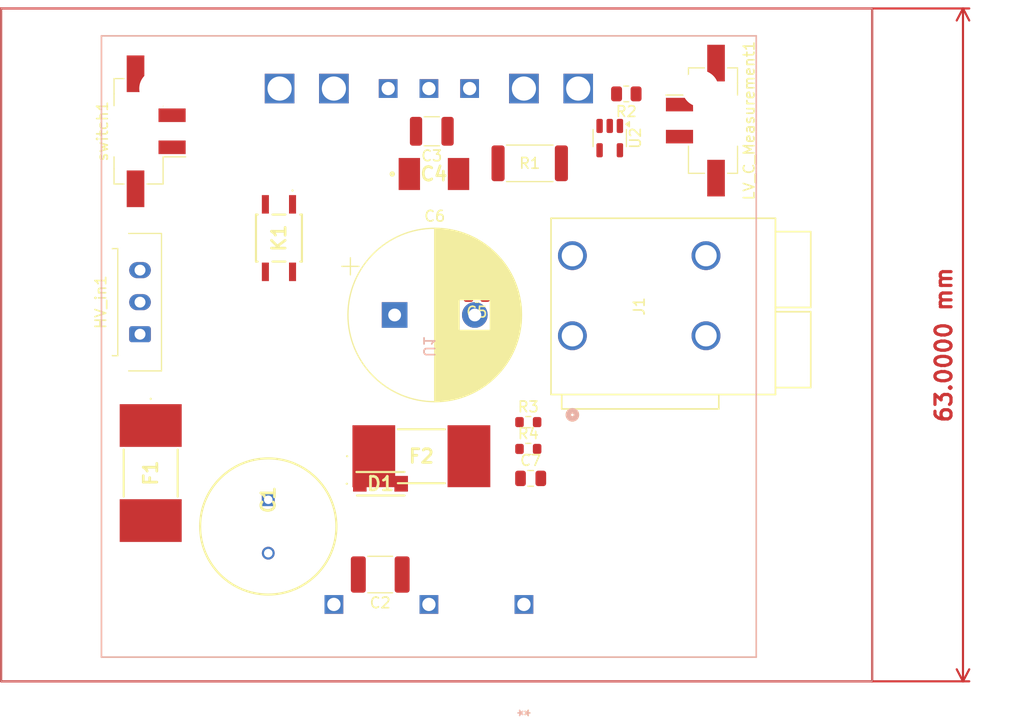
<source format=kicad_pcb>
(kicad_pcb (version 20240108) (generator "pcbnew") (generator_version "8.0")
  (layers (0 "F.Cu" signal) (31 "B.Cu" signal) (34 "B.Paste" user) (35 "F.Paste" user) (36 "B.SilkS" user "B.Silkscreen") (37 "F.SilkS" user "F.Silkscreen") (38 "B.Mask" user) (39 "F.Mask" user) (44 "Edge.Cuts" user))
  (net 0 "")
  (net 1 "/HV-")
  (net 2 "Net-(U1-+S)")
  (net 3 "Net-(C1--)")
  (net 4 "GND")
  (net 8 "Net-(K1-S1)")
  (net 9 "/HV+")
  (net 11 "Net-(K1-A)")
  (net 12 "Net-(LV_C_Measurement1-Pin_2)")
  (net 13 "Net-(J1-1_1)")
  (net 14 "Net-(C1-+)")
  (net 15 "3v")
  (net 16 "Net-(U3A-D)")
  (net 17 "Net-(Q1-S)")
  (footprint "Connector_Molex:Molex_Micro-Fit_3.0_43650-0224_1x02-1MP_P3.00mm_Vertical" (layer "F.Cu") (at 133.865 71.5 90)
    (property "Reference" "switch1" (at 0 -3.38 90) (layer "F.SilkS"))
    (property "Value" "MNN-Lok 01x02_Pin")
    (fp_line (start 4.935 -2.295) (end 3.515 -2.295) (stroke (width 0.12)) (layer "F.SilkS"))
    (fp_line (start 3.515 -2.295) (end 3.515 -2.295) (stroke (width 0.12)) (layer "F.SilkS"))
    (fp_line (start 3.515 -2.295) (end 2.395 -2.295) (stroke (width 0.12)) (layer "F.SilkS"))
    (fp_line (start -3.515 -2.295) (end -2.395 -2.295) (stroke (width 0.12)) (layer "F.SilkS"))
    (fp_line (start -3.515 -2.295) (end -3.515 -2.295) (stroke (width 0.12)) (layer "F.SilkS"))
    (fp_line (start -4.935 -2.295) (end -3.515 -2.295) (stroke (width 0.12)) (layer "F.SilkS"))
    (fp_line (start 4.935 -1.37) (end 4.935 -2.295) (stroke (width 0.12)) (layer "F.SilkS"))
    (fp_line (start -4.935 -1.37) (end -4.935 -2.295) (stroke (width 0.12)) (layer "F.SilkS"))
    (fp_line (start 4.935 0.8) (end 4.935 2.295) (stroke (width 0.12)) (layer "F.SilkS"))
    (fp_line (start -4.935 0.8) (end -4.935 2.295) (stroke (width 0.12)) (layer "F.SilkS"))
    (fp_line (start 4.935 2.295) (end 2.395 2.295) (stroke (width 0.12)) (layer "F.SilkS"))
    (fp_line (start -2.395 2.295) (end -2.395 4.405) (stroke (width 0.12)) (layer "F.SilkS"))
    (fp_line (start -4.935 2.295) (end -2.395 2.295) (stroke (width 0.12)) (layer "F.SilkS"))
    (pad "1" smd rect (at -1.5 3.135 90) (size 1.27 2.54) (layers "F.Cu" "F.Paste" "F.Mask") (net 16 "Net-(U3A-D)"))
    (pad "2" smd rect (at 1.5 3.135 90) (size 1.27 2.54) (layers "F.Cu" "F.Paste" "F.Mask") (net 17 "Net-(Q1-S)"))
    (pad "MP" smd rect (at -5.385 -0.285 90) (size 3.43 1.65) (layers "F.Cu" "F.Paste" "F.Mask"))
    (pad "MP" smd rect (at 5.385 -0.285 90) (size 3.43 1.65) (layers "F.Cu" "F.Paste" "F.Mask"))
  )
  (footprint "Connector_Molex:Molex_Micro-Fit_3.0_43650-0224_1x02-1MP_P3.00mm_Vertical" (layer "F.Cu") (at 187.61 70.5 -90)
    (property "Reference" "LV_C_Measurement1" (at 0 -3.38 90) (layer "F.SilkS"))
    (property "Value" "Micro Mate N-Lok 01x02_Pin")
    (fp_line (start -4.935 2.295) (end -2.395 2.295) (stroke (width 0.12)) (layer "F.SilkS"))
    (fp_line (start -2.395 2.295) (end -2.395 4.405) (stroke (width 0.12)) (layer "F.SilkS"))
    (fp_line (start 4.935 2.295) (end 2.395 2.295) (stroke (width 0.12)) (layer "F.SilkS"))
    (fp_line (start -4.935 0.8) (end -4.935 2.295) (stroke (width 0.12)) (layer "F.SilkS"))
    (fp_line (start 4.935 0.8) (end 4.935 2.295) (stroke (width 0.12)) (layer "F.SilkS"))
    (fp_line (start -4.935 -1.37) (end -4.935 -2.295) (stroke (width 0.12)) (layer "F.SilkS"))
    (fp_line (start 4.935 -1.37) (end 4.935 -2.295) (stroke (width 0.12)) (layer "F.SilkS"))
    (fp_line (start -4.935 -2.295) (end -3.515 -2.295) (stroke (width 0.12)) (layer "F.SilkS"))
    (fp_line (start -3.515 -2.295) (end -3.515 -2.295) (stroke (width 0.12)) (layer "F.SilkS"))
    (fp_line (start -3.515 -2.295) (end -2.395 -2.295) (stroke (width 0.12)) (layer "F.SilkS"))
    (fp_line (start 3.515 -2.295) (end 2.395 -2.295) (stroke (width 0.12)) (layer "F.SilkS"))
    (fp_line (start 3.515 -2.295) (end 3.515 -2.295) (stroke (width 0.12)) (layer "F.SilkS"))
    (fp_line (start 4.935 -2.295) (end 3.515 -2.295) (stroke (width 0.12)) (layer "F.SilkS"))
    (pad "1" smd rect (at -1.5 3.135 270) (size 1.27 2.54) (layers "F.Cu" "F.Paste" "F.Mask") (net 4 "GND"))
    (pad "2" smd rect (at 1.5 3.135 270) (size 1.27 2.54) (layers "F.Cu" "F.Paste" "F.Mask") (net 12 "Net-(LV_C_Measurement1-Pin_2)"))
    (pad "MP" smd rect (at -5.385 -0.285 270) (size 3.43 1.65) (layers "F.Cu" "F.Paste" "F.Mask"))
    (pad "MP" smd rect (at 5.385 -0.285 270) (size 3.43 1.65) (layers "F.Cu" "F.Paste" "F.Mask"))
  )
  (footprint "Resistor_SMD:R_0603_1608Metric" (layer "F.Cu") (at 170.33 98.73)
    (property "Reference" "R3" (at 0 -1.43 0) (layer "F.SilkS"))
    (property "Value" "1k")
    (fp_line (start -0.237258 -0.5225) (end 0.237258 -0.5225) (stroke (width 0.12)) (layer "F.SilkS"))
    (fp_line (start -0.237258 0.5225) (end 0.237258 0.5225) (stroke (width 0.12)) (layer "F.SilkS"))
    (pad "1" smd roundrect (at -0.825 0) (size 0.8 0.95) (layers "F.Cu" "F.Paste" "F.Mask") (net 4 "GND"))
    (pad "2" smd roundrect (at 0.825 0) (size 0.8 0.95) (layers "F.Cu" "F.Paste" "F.Mask") (net 15 "3v"))
  )
  (footprint "Capacitor_SMD:C_1210_3225Metric" (layer "F.Cu") (at 161.3 71.5 180)
    (property "Reference" "C3" (at 0 -2.3 180) (layer "F.SilkS"))
    (property "Value" "390p 2kV")
    (fp_line (start -0.711252 1.36) (end 0.711252 1.36) (stroke (width 0.12)) (layer "F.SilkS"))
    (fp_line (start -0.711252 -1.36) (end 0.711252 -1.36) (stroke (width 0.12)) (layer "F.SilkS"))
    (pad "1" smd roundrect (at -1.475 0 180) (size 1.15 2.7) (layers "F.Cu" "F.Paste" "F.Mask") (roundrect_rratio 0.217391) (net 4 "GND"))
    (pad "2" smd roundrect (at 1.475 0 180) (size 1.15 2.7) (layers "F.Cu" "F.Paste" "F.Mask") (roundrect_rratio 0.217391) (net 14 "Net-(C1-+)"))
  )
  (footprint "Resistor_SMD:R_2512_6332Metric" (layer "F.Cu") (at 170.4625 74.5)
    (property "Reference" "R1" (at 0 0 0) (layer "F.SilkS"))
    (property "Value" "2m")
    (fp_line (start -2.177064 -1.71) (end 2.177064 -1.71) (stroke (width 0.12)) (layer "F.SilkS"))
    (fp_line (start -2.177064 1.71) (end 2.177064 1.71) (stroke (width 0.12)) (layer "F.SilkS"))
    (pad "1" smd roundrect (at -2.9625 0) (size 1.225 3.35) (layers "F.Cu" "F.Paste" "F.Mask") (roundrect_rratio 0.204082) (net 2 "Net-(U1-+S)"))
    (pad "2" smd roundrect (at 2.9625 0) (size 1.225 3.35) (layers "F.Cu" "F.Paste" "F.Mask") (roundrect_rratio 0.204082) (net 13 "Net-(J1-1_1)"))
  )
  (footprint "footprints:CONN2_2606-1102_WAG" (layer "F.Cu") (at 174.4549 90.6451 90)
    (property "Reference" "J1" (at 2.75 6.25 90) (layer "F.SilkS"))
    (property "Value" "2606-1102")
    (fp_circle (center -7.405001 0) (end -7.024001 0) (stroke (width 0.508)) (fill none) (layer "B.SilkS"))
    (fp_line (start 11.000001 -2.000001) (end 11.000001 19) (stroke (width 0.1524)) (layer "F.SilkS"))
    (fp_line (start -5.500001 -2.000001) (end 11.000001 -2.000001) (stroke (width 0.1524)) (layer "F.SilkS"))
    (fp_line (start -5.500002 -1) (end -6.850002 -1) (stroke (width 0.1524)) (layer "F.SilkS"))
    (fp_line (start -5.500002 13.700001) (end -6.850002 13.700001) (stroke (width 0.1524)) (layer "F.SilkS"))
    (fp_line (start -6.850002 13.700001) (end -6.850002 -1) (stroke (width 0.1524)) (layer "F.SilkS"))
    (fp_line (start 9.750001 19) (end 9.750001 22.300001) (stroke (width 0.1524)) (layer "F.SilkS"))
    (fp_line (start 2.65 19) (end 2.65 22.300001) (stroke (width 0.1524)) (layer "F.SilkS"))
    (fp_line (start 2.250001 19) (end 2.250001 22.300001) (stroke (width 0.1524)) (layer "F.SilkS"))
    (fp_line (start -4.85 19) (end -4.85 22.300001) (stroke (width 0.1524)) (layer "F.SilkS"))
    (fp_line (start -5.500001 19) (end -5.500001 -2.000001) (stroke (width 0.1524)) (layer "F.SilkS"))
    (fp_line (start -5.500001 19) (end 11.000001 19) (stroke (width 0.1524)) (layer "F.SilkS"))
    (fp_line (start 2.65 22.300001) (end 9.749998 22.300001) (stroke (width 0.1524)) (layer "F.SilkS"))
    (fp_line (start -4.85 22.300001) (end 2.249998 22.300001) (stroke (width 0.1524)) (layer "F.SilkS"))
    (fp_circle (center -7.405001 0) (end -7.024001 0) (stroke (width 0.508)) (fill none) (layer "F.SilkS"))
    (pad "1" thru_hole circle (at 0 0 90) (size 2.7 2.7) (drill 2) (layers "*.Cu" "*.Mask") (net 13 "Net-(J1-1_1)"))
    (pad "2" thru_hole circle (at 0 12.5 90) (size 2.7 2.7) (drill 2) (layers "*.Cu" "*.Mask") (net 13 "Net-(J1-1_1)"))
    (pad "3" thru_hole circle (at 7.5 0 90) (size 2.7 2.7) (drill 2) (layers "*.Cu" "*.Mask") (net 4 "GND"))
    (pad "4" thru_hole circle (at 7.5 12.5 90) (size 2.7 2.7) (drill 2) (layers "*.Cu" "*.Mask") (net 4 "GND"))
  )
  (footprint "footprints:0ACG5000TE" (layer "F.Cu") (at 160.325 101.925)
    (property "Reference" "F2" (at 0 0 0) (layer "F.SilkS") (effects (font (size 1.27 1.27) (thickness 0.254))))
    (property "Value" "450VDC 5 A" (hide yes))
    (fp_line (start -7 0) (end -7 0) (stroke (width 0.1)) (layer "F.SilkS"))
    (fp_line (start -6.9 0) (end -6.9 0) (stroke (width 0.1)) (layer "F.SilkS"))
    (fp_line (start -2.2 -2.525) (end 2.2 -2.525) (stroke (width 0.2)) (layer "F.SilkS"))
    (fp_line (start -2.2 2.525) (end 2.2 2.525) (stroke (width 0.2)) (layer "F.SilkS"))
    (fp_arc (start -7 0) (mid -6.95 -0.05) (end -6.9 0) (stroke (width 0.1)) (layer "F.SilkS"))
    (fp_arc (start -6.9 0) (mid -6.95 0.05) (end -7 0) (stroke (width 0.1)) (layer "F.SilkS"))
    (pad "1" smd rect (at -4.45 0) (size 4 5.8) (layers "F.Cu" "F.Paste" "F.Mask") (net 1 "/HV-"))
    (pad "2" smd rect (at 4.45 0) (size 4 5.8) (layers "F.Cu" "F.Paste" "F.Mask") (net 14 "Net-(C1-+)"))
  )
  (footprint "footprints:CAPPRD500W60D1275H2200" (layer "F.Cu") (at 146 106 -90)
    (property "Reference" "C1" (at 0 0 -90) (layer "F.SilkS") (effects (font (size 1.27 1.27) (thickness 0.254))))
    (property "Value" "22µ 420VDC" (hide yes))
    (fp_circle (center 2.5 0) (end 2.5 6.375) (stroke (width 0.2)) (fill none) (layer "F.SilkS"))
    (pad "1" thru_hole rect (at 0 0 270) (size 1.2 1.2) (drill 0.8) (layers "*.Cu" "*.Mask") (net 14 "Net-(C1-+)"))
    (pad "2" thru_hole circle (at 5 0 270) (size 1.2 1.2) (drill 0.8) (layers "*.Cu" "*.Mask") (net 3 "Net-(C1--)"))
  )
  (footprint "footprints:CD214AR12000R" (layer "F.Cu") (at 156.5 104.5)
    (property "Reference" "D1" (at 0 0 0) (layer "F.SilkS") (effects (font (size 1.27 1.27) (thickness 0.254))))
    (property "Value" "2kV" (hide yes))
    (fp_line (start -3.2 0) (end -3.2 0) (stroke (width 0.1)) (layer "F.SilkS"))
    (fp_line (start -3.1 0) (end -3.1 0) (stroke (width 0.1)) (layer "F.SilkS"))
    (fp_line (start -2.25 -1.1) (end 2.25 -1.1) (stroke (width 0.2)) (layer "F.SilkS"))
    (fp_line (start 2.25 1.1) (end -2.2 1.1) (stroke (width 0.2)) (layer "F.SilkS"))
    (fp_arc (start -3.2 0) (mid -3.15 -0.05) (end -3.1 0) (stroke (width 0.1)) (layer "F.SilkS"))
    (fp_arc (start -3.1 0) (mid -3.15 0.05) (end -3.2 0) (stroke (width 0.1)) (layer "F.SilkS"))
    (pad "1" smd rect (at -1.935 0) (size 1.27 1.47) (layers "F.Cu" "F.Paste" "F.Mask") (net 3 "Net-(C1--)"))
    (pad "2" smd rect (at 1.935 0) (size 1.27 1.47) (layers "F.Cu" "F.Paste" "F.Mask") (net 14 "Net-(C1-+)"))
  )
  (footprint "Capacitor_SMD:C_0805_2012Metric" (layer "F.Cu") (at 170.55 104)
    (property "Reference" "C7" (at 0 -1.68 0) (layer "F.SilkS"))
    (property "Value" "6200 pF")
    (fp_line (start -0.261252 -0.735) (end 0.261252 -0.735) (stroke (width 0.12)) (layer "F.SilkS"))
    (fp_line (start -0.261252 0.735) (end 0.261252 0.735) (stroke (width 0.12)) (layer "F.SilkS"))
    (pad "1" smd roundrect (at -0.95 0) (size 1 1.45) (layers "F.Cu" "F.Paste" "F.Mask") (net 12 "Net-(LV_C_Measurement1-Pin_2)"))
    (pad "2" smd roundrect (at 0.95 0) (size 1 1.45) (layers "F.Cu" "F.Paste" "F.Mask") (net 4 "GND"))
  )
  (footprint "Capacitor_SMD:C_1812_4532Metric" (layer "F.Cu") (at 156.475 113 180)
    (property "Reference" "C2" (at 0 -2.65 180) (layer "F.SilkS"))
    (property "Value" "390p 2kV")
    (fp_line (start -1.161252 1.71) (end 1.161252 1.71) (stroke (width 0.12)) (layer "F.SilkS"))
    (fp_line (start -1.161252 -1.71) (end 1.161252 -1.71) (stroke (width 0.12)) (layer "F.SilkS"))
    (pad "1" smd roundrect (at -2.05 0 180) (size 1.4 3.4) (layers "F.Cu" "F.Paste" "F.Mask") (roundrect_rratio 0.178571) (net 4 "GND"))
    (pad "2" smd roundrect (at 2.05 0 180) (size 1.4 3.4) (layers "F.Cu" "F.Paste" "F.Mask") (roundrect_rratio 0.178571) (net 3 "Net-(C1--)"))
  )
  (footprint "Capacitor_SMD:C_0603_1608Metric" (layer "F.Cu") (at 165.512755 87 180)
    (property "Reference" "C5" (at 0 -1.43 180) (layer "F.SilkS"))
    (property "Value" "2.2µ")
    (fp_line (start -0.14058 0.51) (end 0.14058 0.51) (stroke (width 0.12)) (layer "F.SilkS"))
    (fp_line (start -0.14058 -0.51) (end 0.14058 -0.51) (stroke (width 0.12)) (layer "F.SilkS"))
    (pad "1" smd roundrect (at -0.775 0 180) (size 0.9 0.95) (layers "F.Cu" "F.Paste" "F.Mask") (net 2 "Net-(U1-+S)"))
    (pad "2" smd roundrect (at 0.775 0 180) (size 0.9 0.95) (layers "F.Cu" "F.Paste" "F.Mask") (net 4 "GND"))
  )
  (footprint "Capacitor_THT:CP_Radial_D16.0mm_P7.50mm" (layer "F.Cu") (at 157.824491 88.7)
    (property "Reference" "C6" (at 3.75 -9.25 0) (layer "F.SilkS"))
    (property "Value" "820µ")
    (fp_line (start -4.939491 -4.555) (end -3.339491 -4.555) (stroke (width 0.12)) (layer "F.SilkS"))
    (fp_line (start -4.139491 -5.355) (end -4.139491 -3.755) (stroke (width 0.12)) (layer "F.SilkS"))
    (fp_line (start 3.75 -8.081) (end 3.75 8.081) (stroke (width 0.12)) (layer "F.SilkS"))
    (fp_line (start 3.79 -8.08) (end 3.79 8.08) (stroke (width 0.12)) (layer "F.SilkS"))
    (fp_line (start 3.83 -8.08) (end 3.83 8.08) (stroke (width 0.12)) (layer "F.SilkS"))
    (fp_line (start 3.87 -8.08) (end 3.87 8.08) (stroke (width 0.12)) (layer "F.SilkS"))
    (fp_line (start 3.91 -8.079) (end 3.91 8.079) (stroke (width 0.12)) (layer "F.SilkS"))
    (fp_line (start 3.95 -8.078) (end 3.95 8.078) (stroke (width 0.12)) (layer "F.SilkS"))
    (fp_line (start 3.99 -8.077) (end 3.99 8.077) (stroke (width 0.12)) (layer "F.SilkS"))
    (fp_line (start 4.03 -8.076) (end 4.03 8.076) (stroke (width 0.12)) (layer "F.SilkS"))
    (fp_line (start 4.07 -8.074) (end 4.07 8.074) (stroke (width 0.12)) (layer "F.SilkS"))
    (fp_line (start 4.11 -8.073) (end 4.11 8.073) (stroke (width 0.12)) (layer "F.SilkS"))
    (fp_line (start 4.15 -8.071) (end 4.15 8.071) (stroke (width 0.12)) (layer "F.SilkS"))
    (fp_line (start 4.19 -8.069) (end 4.19 8.069) (stroke (width 0.12)) (layer "F.SilkS"))
    (fp_line (start 4.23 -8.066) (end 4.23 8.066) (stroke (width 0.12)) (layer "F.SilkS"))
    (fp_line (start 4.27 -8.064) (end 4.27 8.064) (stroke (width 0.12)) (layer "F.SilkS"))
    (fp_line (start 4.31 -8.061) (end 4.31 8.061) (stroke (width 0.12)) (layer "F.SilkS"))
    (fp_line (start 4.35 -8.058) (end 4.35 8.058) (stroke (width 0.12)) (layer "F.SilkS"))
    (fp_line (start 4.39 -8.055) (end 4.39 8.055) (stroke (width 0.12)) (layer "F.SilkS"))
    (fp_line (start 4.43 -8.052) (end 4.43 8.052) (stroke (width 0.12)) (layer "F.SilkS"))
    (fp_line (start 4.471 -8.049) (end 4.471 8.049) (stroke (width 0.12)) (layer "F.SilkS"))
    (fp_line (start 4.511 -8.045) (end 4.511 8.045) (stroke (width 0.12)) (layer "F.SilkS"))
    (fp_line (start 4.551 -8.041) (end 4.551 8.041) (stroke (width 0.12)) (layer "F.SilkS"))
    (fp_line (start 4.591 -8.037) (end 4.591 8.037) (stroke (width 0.12)) (layer "F.SilkS"))
    (fp_line (start 4.631 -8.033) (end 4.631 8.033) (stroke (width 0.12)) (layer "F.SilkS"))
    (fp_line (start 4.671 -8.028) (end 4.671 8.028) (stroke (width 0.12)) (layer "F.SilkS"))
    (fp_line (start 4.711 -8.024) (end 4.711 8.024) (stroke (width 0.12)) (layer "F.SilkS"))
    (fp_line (start 4.751 -8.019) (end 4.751 8.019) (stroke (width 0.12)) (layer "F.SilkS"))
    (fp_line (start 4.791 -8.014) (end 4.791 8.014) (stroke (width 0.12)) (layer "F.SilkS"))
    (fp_line (start 4.831 -8.008) (end 4.831 8.008) (stroke (width 0.12)) (layer "F.SilkS"))
    (fp_line (start 4.871 -8.003) (end 4.871 8.003) (stroke (width 0.12)) (layer "F.SilkS"))
    (fp_line (start 4.911 -7.997) (end 4.911 7.997) (stroke (width 0.12)) (layer "F.SilkS"))
    (fp_line (start 4.951 -7.991) (end 4.951 7.991) (stroke (width 0.12)) (layer "F.SilkS"))
    (fp_line (start 4.991 -7.985) (end 4.991 7.985) (stroke (width 0.12)) (layer "F.SilkS"))
    (fp_line (start 5.031 -7.979) (end 5.031 7.979) (stroke (width 0.12)) (layer "F.SilkS"))
    (fp_line (start 5.071 -7.972) (end 5.071 7.972) (stroke (width 0.12)) (layer "F.SilkS"))
    (fp_line (start 5.111 -7.966) (end 5.111 7.966) (stroke (width 0.12)) (layer "F.SilkS"))
    (fp_line (start 5.151 -7.959) (end 5.151 7.959) (stroke (width 0.12)) (layer "F.SilkS"))
    (fp_line (start 5.191 -7.952) (end 5.191 7.952) (stroke (width 0.12)) (layer "F.SilkS"))
    (fp_line (start 5.231 -7.944) (end 5.231 7.944) (stroke (width 0.12)) (layer "F.SilkS"))
    (fp_line (start 5.271 -7.937) (end 5.271 7.937) (stroke (width 0.12)) (layer "F.SilkS"))
    (fp_line (start 5.311 -7.929) (end 5.311 7.929) (stroke (width 0.12)) (layer "F.SilkS"))
    (fp_line (start 5.351 -7.921) (end 5.351 7.921) (stroke (width 0.12)) (layer "F.SilkS"))
    (fp_line (start 5.391 -7.913) (end 5.391 7.913) (stroke (width 0.12)) (layer "F.SilkS"))
    (fp_line (start 5.431 -7.905) (end 5.431 7.905) (stroke (width 0.12)) (layer "F.SilkS"))
    (fp_line (start 5.471 -7.896) (end 5.471 7.896) (stroke (width 0.12)) (layer "F.SilkS"))
    (fp_line (start 5.511 -7.887) (end 5.511 7.887) (stroke (width 0.12)) (layer "F.SilkS"))
    (fp_line (start 5.551 -7.878) (end 5.551 7.878) (stroke (width 0.12)) (layer "F.SilkS"))
    (fp_line (start 5.591 -7.869) (end 5.591 7.869) (stroke (width 0.12)) (layer "F.SilkS"))
    (fp_line (start 5.631 -7.86) (end 5.631 7.86) (stroke (width 0.12)) (layer "F.SilkS"))
    (fp_line (start 5.671 -7.85) (end 5.671 7.85) (stroke (width 0.12)) (layer "F.SilkS"))
    (fp_line (start 5.711 -7.84) (end 5.711 7.84) (stroke (width 0.12)) (layer "F.SilkS"))
    (fp_line (start 5.751 -7.83) (end 5.751 7.83) (stroke (width 0.12)) (layer "F.SilkS"))
    (fp_line (start 5.791 -7.82) (end 5.791 7.82) (stroke (width 0.12)) (layer "F.SilkS"))
    (fp_line (start 5.831 -7.81) (end 5.831 7.81) (stroke (width 0.12)) (layer "F.SilkS"))
    (fp_line (start 5.871 -7.799) (end 5.871 7.799) (stroke (width 0.12)) (layer "F.SilkS"))
    (fp_line (start 5.911 -7.788) (end 5.911 7.788) (stroke (width 0.12)) (layer "F.SilkS"))
    (fp_line (start 5.951 -7.777) (end 5.951 7.777) (stroke (width 0.12)) (layer "F.SilkS"))
    (fp_line (start 5.991 -7.765) (end 5.991 7.765) (stroke (width 0.12)) (layer "F.SilkS"))
    (fp_line (start 6.031 -7.754) (end 6.031 7.754) (stroke (width 0.12)) (layer "F.SilkS"))
    (fp_line (start 6.071 -7.742) (end 6.071 -1.44) (stroke (width 0.12)) (layer "F.SilkS"))
    (fp_line (start 6.071 1.44) (end 6.071 7.742) (stroke (width 0.12)) (layer "F.SilkS"))
    (fp_line (start 6.111 -7.73) (end 6.111 -1.44) (stroke (width 0.12)) (layer "F.SilkS"))
    (fp_line (start 6.111 1.44) (end 6.111 7.73) (stroke (width 0.12)) (layer "F.SilkS"))
    (fp_line (start 6.151 -7.718) (end 6.151 -1.44) (stroke (width 0.12)) (layer "F.SilkS"))
    (fp_line (start 6.151 1.44) (end 6.151 7.718) (stroke (width 0.12)) (layer "F.SilkS"))
    (fp_line (start 6.191 -7.705) (end 6.191 -1.44) (stroke (width 0.12)) (layer "F.SilkS"))
    (fp_line (start 6.191 1.44) (end 6.191 7.705) (stroke (width 0.12)) (layer "F.SilkS"))
    (fp_line (start 6.231 -7.693) (end 6.231 -1.44) (stroke (width 0.12)) (layer "F.SilkS"))
    (fp_line (start 6.231 1.44) (end 6.231 7.693) (stroke (width 0.12)) (layer "F.SilkS"))
    (fp_line (start 6.271 -7.68) (end 6.271 -1.44) (stroke (width 0.12)) (layer "F.SilkS"))
    (fp_line (start 6.271 1.44) (end 6.271 7.68) (stroke (width 0.12)) (layer "F.SilkS"))
    (fp_line (start 6.311 -7.666) (end 6.311 -1.44) (stroke (width 0.12)) (layer "F.SilkS"))
    (fp_line (start 6.311 1.44) (end 6.311 7.666) (stroke (width 0.12)) (layer "F.SilkS"))
    (fp_line (start 6.351 -7.653) (end 6.351 -1.44) (stroke (width 0.12)) (layer "F.SilkS"))
    (fp_line (start 6.351 1.44) (end 6.351 7.653) (stroke (width 0.12)) (layer "F.SilkS"))
    (fp_line (start 6.391 -7.639) (end 6.391 -1.44) (stroke (width 0.12)) (layer "F.SilkS"))
    (fp_line (start 6.391 1.44) (end 6.391 7.639) (stroke (width 0.12)) (layer "F.SilkS"))
    (fp_line (start 6.431 -7.625) (end 6.431 -1.44) (stroke (width 0.12)) (layer "F.SilkS"))
    (fp_line (start 6.431 1.44) (end 6.431 7.625) (stroke (width 0.12)) (layer "F.SilkS"))
    (fp_line (start 6.471 -7.611) (end 6.471 -1.44) (stroke (width 0.12)) (layer "F.SilkS"))
    (fp_line (start 6.471 1.44) (end 6.471 7.611) (stroke (width 0.12)) (layer "F.SilkS"))
    (fp_line (start 6.511 -7.597) (end 6.511 -1.44) (stroke (width 0.12)) (layer "F.SilkS"))
    (fp_line (start 6.511 1.44) (end 6.511 7.597) (stroke (width 0.12)) (layer "F.SilkS"))
    (fp_line (start 6.551 -7.582) (end 6.551 -1.44) (stroke (width 0.12)) (layer "F.SilkS"))
    (fp_line (start 6.551 1.44) (end 6.551 7.582) (stroke (width 0.12)) (layer "F.SilkS"))
    (fp_line (start 6.591 -7.568) (end 6.591 -1.44) (stroke (width 0.12)) (layer "F.SilkS"))
    (fp_line (start 6.591 1.44) (end 6.591 7.568) (stroke (width 0.12)) (layer "F.SilkS"))
    (fp_line (start 6.631 -7.553) (end 6.631 -1.44) (stroke (width 0.12)) (layer "F.SilkS"))
    (fp_line (start 6.631 1.44) (end 6.631 7.553) (stroke (width 0.12)) (layer "F.SilkS"))
    (fp_line (start 6.671 -7.537) (end 6.671 -1.44) (stroke (width 0.12)) (layer "F.SilkS"))
    (fp_line (start 6.671 1.44) (end 6.671 7.537) (stroke (width 0.12)) (layer "F.SilkS"))
    (fp_line (start 6.711 -7.522) (end 6.711 -1.44) (stroke (width 0.12)) (layer "F.SilkS"))
    (fp_line (start 6.711 1.44) (end 6.711 7.522) (stroke (width 0.12)) (layer "F.SilkS"))
    (fp_line (start 6.751 -7.506) (end 6.751 -1.44) (stroke (width 0.12)) (layer "F.SilkS"))
    (fp_line (start 6.751 1.44) (end 6.751 7.506) (stroke (width 0.12)) (layer "F.SilkS"))
    (fp_line (start 6.791 -7.49) (end 6.791 -1.44) (stroke (width 0.12)) (layer "F.SilkS"))
    (fp_line (start 6.791 1.44) (end 6.791 7.49) (stroke (width 0.12)) (layer "F.SilkS"))
    (fp_line (start 6.831 -7.474) (end 6.831 -1.44) (stroke (width 0.12)) (layer "F.SilkS"))
    (fp_line (start 6.831 1.44) (end 6.831 7.474) (stroke (width 0.12)) (layer "F.SilkS"))
    (fp_line (start 6.871 -7.457) (end 6.871 -1.44) (stroke (width 0.12)) (layer "F.SilkS"))
    (fp_line (start 6.871 1.44) (end 6.871 7.457) (stroke (width 0.12)) (layer "F.SilkS"))
    (fp_line (start 6.911 -7.44) (end 6.911 -1.44) (stroke (width 0.12)) (layer "F.SilkS"))
    (fp_line (start 6.911 1.44) (end 6.911 7.44) (stroke (width 0.12)) (layer "F.SilkS"))
    (fp_line (start 6.951 -7.423) (end 6.951 -1.44) (stroke (width 0.12)) (layer "F.SilkS"))
    (fp_line (start 6.951 1.44) (end 6.951 7.423) (stroke (width 0.12)) (layer "F.SilkS"))
    (fp_line (start 6.991 -7.406) (end 6.991 -1.44) (stroke (width 0.12)) (layer "F.SilkS"))
    (fp_line (start 6.991 1.44) (end 6.991 7.406) (stroke (width 0.12)) (layer "F.SilkS"))
    (fp_line (start 7.031 -7.389) (end 7.031 -1.44) (stroke (width 0.12)) (layer "F.SilkS"))
    (fp_line (start 7.031 1.44) (end 7.031 7.389) (stroke (width 0.12)) (layer "F.SilkS"))
    (fp_line (start 7.071 -7.371) (end 7.071 -1.44) (stroke (width 0.12)) (layer "F.SilkS"))
    (fp_line (start 7.071 1.44) (end 7.071 7.371) (stroke (width 0.12)) (layer "F.SilkS"))
    (fp_line (start 7.111 -7.353) (end 7.111 -1.44) (stroke (width 0.12)) (layer "F.SilkS"))
    (fp_line (start 7.111 1.44) (end 7.111 7.353) (stroke (width 0.12)) (layer "F.SilkS"))
    (fp_line (start 7.151 -7.334) (end 7.151 -1.44) (stroke (width 0.12)) (layer "F.SilkS"))
    (fp_line (start 7.151 1.44) (end 7.151 7.334) (stroke (width 0.12)) (layer "F.SilkS"))
    (fp_line (start 7.191 -7.316) (end 7.191 -1.44) (stroke (width 0.12)) (layer "F.SilkS"))
    (fp_line (start 7.191 1.44) (end 7.191 7.316) (stroke (width 0.12)) (layer "F.SilkS"))
    (fp_line (start 7.231 -7.297) (end 7.231 -1.44) (stroke (width 0.12)) (layer "F.SilkS"))
    (fp_line (start 7.231 1.44) (end 7.231 7.297) (stroke (width 0.12)) (layer "F.SilkS"))
    (fp_line (start 7.271 -7.278) (end 7.271 -1.44) (stroke (width 0.12)) (layer "F.SilkS"))
    (fp_line (start 7.271 1.44) (end 7.271 7.278) (stroke (width 0.12)) (layer "F.SilkS"))
    (fp_line (start 7.311 -7.258) (end 7.311 -1.44) (stroke (width 0.12)) (layer "F.SilkS"))
    (fp_line (start 7.311 1.44) (end 7.311 7.258) (stroke (width 0.12)) (layer "F.SilkS"))
    (fp_line (start 7.351 -7.239) (end 7.351 -1.44) (stroke (width 0.12)) (layer "F.SilkS"))
    (fp_line (start 7.351 1.44) (end 7.351 7.239) (stroke (width 0.12)) (layer "F.SilkS"))
    (fp_line (start 7.391 -7.219) (end 7.391 -1.44) (stroke (width 0.12)) (layer "F.SilkS"))
    (fp_line (start 7.391 1.44) (end 7.391 7.219) (stroke (width 0.12)) (layer "F.SilkS"))
    (fp_line (start 7.431 -7.199) (end 7.431 -1.44) (stroke (width 0.12)) (layer "F.SilkS"))
    (fp_line (start 7.431 1.44) (end 7.431 7.199) (stroke (width 0.12)) (layer "F.SilkS"))
    (fp_line (start 7.471 -7.178) (end 7.471 -1.44) (stroke (width 0.12)) (layer "F.SilkS"))
    (fp_line (start 7.471 1.44) (end 7.471 7.178) (stroke (width 0.12)) (layer "F.SilkS"))
    (fp_line (start 7.511 -7.157) (end 7.511 -1.44) (stroke (width 0.12)) (layer "F.SilkS"))
    (fp_line (start 7.511 1.44) (end 7.511 7.157) (stroke (width 0.12)) (layer "F.SilkS"))
    (fp_line (start 7.551 -7.136) (end 7.551 -1.44) (stroke (width 0.12)) (layer "F.SilkS"))
    (fp_line (start 7.551 1.44) (end 7.551 7.136) (stroke (width 0.12)) (layer "F.SilkS"))
    (fp_line (start 7.591 -7.115) (end 7.591 -1.44) (stroke (width 0.12)) (layer "F.SilkS"))
    (fp_line (start 7.591 1.44) (end 7.591 7.115) (stroke (width 0.12)) (layer "F.SilkS"))
    (fp_line (start 7.631 -7.094) (end 7.631 -1.44) (stroke (width 0.12)) (layer "F.SilkS"))
    (fp_line (start 7.631 1.44) (end 7.631 7.094) (stroke (width 0.12)) (layer "F.SilkS"))
    (fp_line (start 7.671 -7.072) (end 7.671 -1.44) (stroke (width 0.12)) (layer "F.SilkS"))
    (fp_line (start 7.671 1.44) (end 7.671 7.072) (stroke (width 0.12)) (layer "F.SilkS"))
    (fp_line (start 7.711 -7.049) (end 7.711 -1.44) (stroke (width 0.12)) (layer "F.SilkS"))
    (fp_line (start 7.711 1.44) (end 7.711 7.049) (stroke (width 0.12)) (layer "F.SilkS"))
    (fp_line (start 7.751 -7.027) (end 7.751 -1.44) (stroke (width 0.12)) (layer "F.SilkS"))
    (fp_line (start 7.751 1.44) (end 7.751 7.027) (stroke (width 0.12)) (layer "F.SilkS"))
    (fp_line (start 7.791 -7.004) (end 7.791 -1.44) (stroke (width 0.12)) (layer "F.SilkS"))
    (fp_line (start 7.791 1.44) (end 7.791 7.004) (stroke (width 0.12)) (layer "F.SilkS"))
    (fp_line (start 7.831 -6.981) (end 7.831 -1.44) (stroke (width 0.12)) (layer "F.SilkS"))
    (fp_line (start 7.831 1.44) (end 7.831 6.981) (stroke (width 0.12)) (layer "F.SilkS"))
    (fp_line (start 7.871 -6.958) (end 7.871 -1.44) (stroke (width 0.12)) (layer "F.SilkS"))
    (fp_line (start 7.871 1.44) (end 7.871 6.958) (stroke (width 0.12)) (layer "F.SilkS"))
    (fp_line (start 7.911 -6.934) (end 7.911 -1.44) (stroke (width 0.12)) (layer "F.SilkS"))
    (fp_line (start 7.911 1.44) (end 7.911 6.934) (stroke (width 0.12)) (layer "F.SilkS"))
    (fp_line (start 7.951 -6.91) (end 7.951 -1.44) (stroke (width 0.12)) (layer "F.SilkS"))
    (fp_line (start 7.951 1.44) (end 7.951 6.91) (stroke (width 0.12)) (layer "F.SilkS"))
    (fp_line (start 7.991 -6.886) (end 7.991 -1.44) (stroke (width 0.12)) (layer "F.SilkS"))
    (fp_line (start 7.991 1.44) (end 7.991 6.886) (stroke (width 0.12)) (layer "F.SilkS"))
    (fp_line (start 8.031 -6.861) (end 8.031 -1.44) (stroke (width 0.12)) (layer "F.SilkS"))
    (fp_line (start 8.031 1.44) (end 8.031 6.861) (stroke (width 0.12)) (layer "F.SilkS"))
    (fp_line (start 8.071 -6.836) (end 8.071 -1.44) (stroke (width 0.12)) (layer "F.SilkS"))
    (fp_line (start 8.071 1.44) (end 8.071 6.836) (stroke (width 0.12)) (layer "F.SilkS"))
    (fp_line (start 8.111 -6.811) (end 8.111 -1.44) (stroke (width 0.12)) (layer "F.SilkS"))
    (fp_line (start 8.111 1.44) (end 8.111 6.811) (stroke (width 0.12)) (layer "F.SilkS"))
    (fp_line (start 8.151 -6.785) (end 8.151 -1.44) (stroke (width 0.12)) (layer "F.SilkS"))
    (fp_line (start 8.151 1.44) (end 8.151 6.785) (stroke (width 0.12)) (layer "F.SilkS"))
    (fp_line (start 8.191 -6.759) (end 8.191 -1.44) (stroke (width 0.12)) (layer "F.SilkS"))
    (fp_line (start 8.191 1.44) (end 8.191 6.759) (stroke (width 0.12)) (layer "F.SilkS"))
    (fp_line (start 8.231 -6.733) (end 8.231 -1.44) (stroke (width 0.12)) (layer "F.SilkS"))
    (fp_line (start 8.231 1.44) (end 8.231 6.733) (stroke (width 0.12)) (layer "F.SilkS"))
    (fp_line (start 8.271 -6.706) (end 8.271 -1.44) (stroke (width 0.12)) (layer "F.SilkS"))
    (fp_line (start 8.271 1.44) (end 8.271 6.706) (stroke (width 0.12)) (layer "F.SilkS"))
    (fp_line (start 8.311 -6.679) (end 8.311 -1.44) (stroke (width 0.12)) (layer "F.SilkS"))
    (fp_line (start 8.311 1.44) (end 8.311 6.679) (stroke (width 0.12)) (layer "F.SilkS"))
    (fp_line (start 8.351 -6.652) (end 8.351 -1.44) (stroke (width 0.12)) (layer "F.SilkS"))
    (fp_line (start 8.351 1.44) (end 8.351 6.652) (stroke (width 0.12)) (layer "F.SilkS"))
    (fp_line (start 8.391 -6.624) (end 8.391 -1.44) (stroke (width 0.12)) (layer "F.SilkS"))
    (fp_line (start 8.391 1.44) (end 8.391 6.624) (stroke (width 0.12)) (layer "F.SilkS"))
    (fp_line (start 8.431 -6.596) (end 8.431 -1.44) (stroke (width 0.12)) (layer "F.SilkS"))
    (fp_line (start 8.431 1.44) (end 8.431 6.596) (stroke (width 0.12)) (layer "F.SilkS"))
    (fp_line (start 8.471 -6.568) (end 8.471 -1.44) (stroke (width 0.12)) (layer "F.SilkS"))
    (fp_line (start 8.471 1.44) (end 8.471 6.568) (stroke (width 0.12)) (layer "F.SilkS"))
    (fp_line (start 8.511 -6.539) (end 8.511 -1.44) (stroke (width 0.12)) (layer "F.SilkS"))
    (fp_line (start 8.511 1.44) (end 8.511 6.539) (stroke (width 0.12)) (layer "F.SilkS"))
    (fp_line (start 8.551 -6.51) (end 8.551 -1.44) (stroke (width 0.12)) (layer "F.SilkS"))
    (fp_line (start 8.551 1.44) (end 8.551 6.51) (stroke (width 0.12)) (layer "F.SilkS"))
    (fp_line (start 8.591 -6.48) (end 8.591 -1.44) (stroke (width 0.12)) (layer "F.SilkS"))
    (fp_line (start 8.591 1.44) (end 8.591 6.48) (stroke (width 0.12)) (layer "F.SilkS"))
    (fp_line (start 8.631 -6.45) (end 8.631 -1.44) (stroke (width 0.12)) (layer "F.SilkS"))
    (fp_line (start 8.631 1.44) (end 8.631 6.45) (stroke (width 0.12)) (layer "F.SilkS"))
    (fp_line (start 8.671 -6.42) (end 8.671 -1.44) (stroke (width 0.12)) (layer "F.SilkS"))
    (fp_line (start 8.671 1.44) (end 8.671 6.42) (stroke (width 0.12)) (layer "F.SilkS"))
    (fp_line (start 8.711 -6.39) (end 8.711 -1.44) (stroke (width 0.12)) (layer "F.SilkS"))
    (fp_line (start 8.711 1.44) (end 8.711 6.39) (stroke (width 0.12)) (layer "F.SilkS"))
    (fp_line (start 8.751 -6.358) (end 8.751 -1.44) (stroke (width 0.12)) (layer "F.SilkS"))
    (fp_line (start 8.751 1.44) (end 8.751 6.358) (stroke (width 0.12)) (layer "F.SilkS"))
    (fp_line (start 8.791 -6.327) (end 8.791 -1.44) (stroke (width 0.12)) (layer "F.SilkS"))
    (fp_line (start 8.791 1.44) (end 8.791 6.327) (stroke (width 0.12)) (layer "F.SilkS"))
    (fp_line (start 8.831 -6.295) (end 8.831 -1.44) (stroke (width 0.12)) (layer "F.SilkS"))
    (fp_line (start 8.831 1.44) (end 8.831 6.295) (stroke (width 0.12)) (layer "F.SilkS"))
    (fp_line (start 8.871 -6.263) (end 8.871 -1.44) (stroke (width 0.12)) (layer "F.SilkS"))
    (fp_line (start 8.871 1.44) (end 8.871 6.263) (stroke (width 0.12)) (layer "F.SilkS"))
    (fp_line (start 8.911 -6.23) (end 8.911 -1.44) (stroke (width 0.12)) (layer "F.SilkS"))
    (fp_line (start 8.911 1.44) (end 8.911 6.23) (stroke (width 0.12)) (layer "F.SilkS"))
    (fp_line (start 8.951 -6.197) (end 8.951 6.197) (stroke (width 0.12)) (layer "F.SilkS"))
    (fp_line (start 8.991 -6.163) (end 8.991 6.163) (stroke (width 0.12)) (layer "F.SilkS"))
    (fp_line (start 9.031 -6.129) (end 9.031 6.129) (stroke (width 0.12)) (layer "F.SilkS"))
    (fp_line (start 9.071 -6.095) (end 9.071 6.095) (stroke (width 0.12)) (layer "F.SilkS"))
    (fp_line (start 9.111 -6.06) (end 9.111 6.06) (stroke (width 0.12)) (layer "F.SilkS"))
    (fp_line (start 9.151 -6.025) (end 9.151 6.025) (stroke (width 0.12)) (layer "F.SilkS"))
    (fp_line (start 9.191 -5.989) (end 9.191 5.989) (stroke (width 0.12)) (layer "F.SilkS"))
    (fp_line (start 9.231 -5.952) (end 9.231 5.952) (stroke (width 0.12)) (layer "F.SilkS"))
    (fp_line (start 9.271 -5.916) (end 9.271 5.916) (stroke (width 0.12)) (layer "F.SilkS"))
    (fp_line (start 9.311 -5.878) (end 9.311 5.878) (stroke (width 0.12)) (layer "F.SilkS"))
    (fp_line (start 9.351 -5.84) (end 9.351 5.84) (stroke (width 0.12)) (layer "F.SilkS"))
    (fp_line (start 9.391 -5.802) (end 9.391 5.802) (stroke (width 0.12)) (layer "F.SilkS"))
    (fp_line (start 9.431 -5.763) (end 9.431 5.763) (stroke (width 0.12)) (layer "F.SilkS"))
    (fp_line (start 9.471 -5.724) (end 9.471 5.724) (stroke (width 0.12)) (layer "F.SilkS"))
    (fp_line (start 9.511 -5.684) (end 9.511 5.684) (stroke (width 0.12)) (layer "F.SilkS"))
    (fp_line (start 9.551 -5.643) (end 9.551 5.643) (stroke (width 0.12)) (layer "F.SilkS"))
    (fp_line (start 9.591 -5.602) (end 9.591 5.602) (stroke (width 0.12)) (layer "F.SilkS"))
    (fp_line (start 9.631 -5.56) (end 9.631 5.56) (stroke (width 0.12)) (layer "F.SilkS"))
    (fp_line (start 9.671 -5.518) (end 9.671 5.518) (stroke (width 0.12)) (layer "F.SilkS"))
    (fp_line (start 9.711 -5.475) (end 9.711 5.475) (stroke (width 0.12)) (layer "F.SilkS"))
    (fp_line (start 9.751 -5.432) (end 9.751 5.432) (stroke (width 0.12)) (layer "F.SilkS"))
    (fp_line (start 9.791 -5.388) (end 9.791 5.388) (stroke (width 0.12)) (layer "F.SilkS"))
    (fp_line (start 9.831 -5.343) (end 9.831 5.343) (stroke (width 0.12)) (layer "F.SilkS"))
    (fp_line (start 9.871 -5.297) (end 9.871 5.297) (stroke (width 0.12)) (layer "F.SilkS"))
    (fp_line (start 9.911 -5.251) (end 9.911 5.251) (stroke (width 0.12)) (layer "F.SilkS"))
    (fp_line (start 9.951 -5.204) (end 9.951 5.204) (stroke (width 0.12)) (layer "F.SilkS"))
    (fp_line (start 9.991 -5.156) (end 9.991 5.156) (stroke (width 0.12)) (layer "F.SilkS"))
    (fp_line (start 10.031 -5.108) (end 10.031 5.108) (stroke (width 0.12)) (layer "F.SilkS"))
    (fp_line (start 10.071 -5.059) (end 10.071 5.059) (stroke (width 0.12)) (layer "F.SilkS"))
    (fp_line (start 10.111 -5.009) (end 10.111 5.009) (stroke (width 0.12)) (layer "F.SilkS"))
    (fp_line (start 10.151 -4.958) (end 10.151 4.958) (stroke (width 0.12)) (layer "F.SilkS"))
    (fp_line (start 10.191 -4.906) (end 10.191 4.906) (stroke (width 0.12)) (layer "F.SilkS"))
    (fp_line (start 10.231 -4.854) (end 10.231 4.854) (stroke (width 0.12)) (layer "F.SilkS"))
    (fp_line (start 10.271 -4.8) (end 10.271 4.8) (stroke (width 0.12)) (layer "F.SilkS"))
    (fp_line (start 10.311 -4.746) (end 10.311 4.746) (stroke (width 0.12)) (layer "F.SilkS"))
    (fp_line (start 10.351 -4.691) (end 10.351 4.691) (stroke (width 0.12)) (layer "F.SilkS"))
    (fp_line (start 10.391 -4.634) (end 10.391 4.634) (stroke (width 0.12)) (layer "F.SilkS"))
    (fp_line (start 10.431 -4.577) (end 10.431 4.577) (stroke (width 0.12)) (layer "F.SilkS"))
    (fp_line (start 10.471 -4.519) (end 10.471 4.519) (stroke (width 0.12)) (layer "F.SilkS"))
    (fp_line (start 10.511 -4.459) (end 10.511 4.459) (stroke (width 0.12)) (layer "F.SilkS"))
    (fp_line (start 10.551 -4.398) (end 10.551 4.398) (stroke (width 0.12)) (layer "F.SilkS"))
    (fp_line (start 10.591 -4.336) (end 10.591 4.336) (stroke (width 0.12)) (layer "F.SilkS"))
    (fp_line (start 10.631 -4.273) (end 10.631 4.273) (stroke (width 0.12)) (layer "F.SilkS"))
    (fp_line (start 10.671 -4.209) (end 10.671 4.209) (stroke (width 0.12)) (layer "F.SilkS"))
    (fp_line (start 10.711 -4.143) (end 10.711 4.143) (stroke (width 0.12)) (layer "F.SilkS"))
    (fp_line (start 10.751 -4.076) (end 10.751 4.076) (stroke (width 0.12)) (layer "F.SilkS"))
    (fp_line (start 10.791 -4.007) (end 10.791 4.007) (stroke (width 0.12)) (layer "F.SilkS"))
    (fp_line (start 10.831 -3.936) (end 10.831 3.936) (stroke (width 0.12)) (layer "F.SilkS"))
    (fp_line (start 10.871 -3.864) (end 10.871 3.864) (stroke (width 0.12)) (layer "F.SilkS"))
    (fp_line (start 10.911 -3.79) (end 10.911 3.79) (stroke (width 0.12)) (layer "F.SilkS"))
    (fp_line (start 10.951 -3.715) (end 10.951 3.715) (stroke (width 0.12)) (layer "F.SilkS"))
    (fp_line (start 10.991 -3.637) (end 10.991 3.637) (stroke (width 0.12)) (layer "F.SilkS"))
    (fp_line (start 11.031 -3.557) (end 11.031 3.557) (stroke (width 0.12)) (layer "F.SilkS"))
    (fp_line (start 11.071 -3.475) (end 11.071 3.475) (stroke (width 0.12)) (layer "F.SilkS"))
    (fp_line (start 11.111 -3.39) (end 11.111 3.39) (stroke (width 0.12)) (layer "F.SilkS"))
    (fp_line (start 11.151 -3.303) (end 11.151 3.303) (stroke (width 0.12)) (layer "F.SilkS"))
    (fp_line (start 11.191 -3.213) (end 11.191 3.213) (stroke (width 0.12)) (layer "F.SilkS"))
    (fp_line (start 11.231 -3.12) (end 11.231 3.12) (stroke (width 0.12)) (layer "F.SilkS"))
    (fp_line (start 11.271 -3.024) (end 11.271 3.024) (stroke (width 0.12)) (layer "F.SilkS"))
    (fp_line (start 11.311 -2.924) (end 11.311 2.924) (stroke (width 0.12)) (layer "F.SilkS"))
    (fp_line (start 11.351 -2.82) (end 11.351 2.82) (stroke (width 0.12)) (layer "F.SilkS"))
    (fp_line (start 11.391 -2.711) (end 11.391 2.711) (stroke (width 0.12)) (layer "F.SilkS"))
    (fp_line (start 11.431 -2.597) (end 11.431 2.597) (stroke (width 0.12)) (layer "F.SilkS"))
    (fp_line (start 11.471 -2.478) (end 11.471 2.478) (stroke (width 0.12)) (layer "F.SilkS"))
    (fp_line (start 11.511 -2.351) (end 11.511 2.351) (stroke (width 0.12)) (layer "F.SilkS"))
    (fp_line (start 11.551 -2.218) (end 11.551 2.218) (stroke (width 0.12)) (layer "F.SilkS"))
    (fp_line (start 11.591 -2.074) (end 11.591 2.074) (stroke (width 0.12)) (layer "F.SilkS"))
    (fp_line (start 11.631 -1.92) (end 11.631 1.92) (stroke (width 0.12)) (layer "F.SilkS"))
    (fp_line (start 11.671 -1.752) (end 11.671 1.752) (stroke (width 0.12)) (layer "F.SilkS"))
    (fp_line (start 11.711 -1.564) (end 11.711 1.564) (stroke (width 0.12)) (layer "F.SilkS"))
    (fp_line (start 11.751 -1.351) (end 11.751 1.351) (stroke (width 0.12)) (layer "F.SilkS"))
    (fp_line (start 11.791 -1.098) (end 11.791 1.098) (stroke (width 0.12)) (layer "F.SilkS"))
    (fp_line (start 11.831 -0.765) (end 11.831 0.765) (stroke (width 0.12)) (layer "F.SilkS"))
    (fp_circle (center 3.75 0) (end 11.87 0) (stroke (width 0.12)) (fill none) (layer "F.SilkS"))
    (pad "1" thru_hole rect (at 0 0) (size 2.4 2.4) (drill 1.2) (layers "*.Cu" "*.Mask") (net 4 "GND"))
    (pad "2" thru_hole circle (at 7.5 0) (size 2.4 2.4) (drill 1.2) (layers "*.Cu" "*.Mask") (net 2 "Net-(U1-+S)"))
  )
  (footprint "Resistor_SMD:R_0805_2012Metric" (layer "F.Cu") (at 179.5 68 180)
    (property "Reference" "R2" (at 0 -1.65 0) (layer "F.SilkS"))
    (property "Value" "250k 0.1%")
    (fp_line (start -0.227064 0.735) (end 0.227064 0.735) (stroke (width 0.12)) (layer "F.SilkS"))
    (fp_line (start -0.227064 -0.735) (end 0.227064 -0.735) (stroke (width 0.12)) (layer "F.SilkS"))
    (pad "1" smd roundrect (at -0.9125 0 180) (size 1.025 1.4) (layers "F.Cu" "F.Paste" "F.Mask") (roundrect_rratio 0.243902) (net 12 "Net-(LV_C_Measurement1-Pin_2)"))
    (pad "2" smd roundrect (at 0.9125 0 180) (size 1.025 1.4) (layers "F.Cu" "F.Paste" "F.Mask") (roundrect_rratio 0.243902) (net 4 "GND"))
  )
  (footprint "Resistor_SMD:R_0603_1608Metric" (layer "F.Cu") (at 170.33 101.24)
    (property "Reference" "R4" (at 0 -1.43 0) (layer "F.SilkS"))
    (property "Value" "1k")
    (fp_line (start -0.237258 -0.5225) (end 0.237258 -0.5225) (stroke (width 0.12)) (layer "F.SilkS"))
    (fp_line (start -0.237258 0.5225) (end 0.237258 0.5225) (stroke (width 0.12)) (layer "F.SilkS"))
    (pad "1" smd roundrect (at -0.825 0) (size 0.8 0.95) (layers "F.Cu" "F.Paste" "F.Mask") (net 16 "Net-(U3A-D)"))
    (pad "2" smd roundrect (at 0.825 0) (size 0.8 0.95) (layers "F.Cu" "F.Paste" "F.Mask") (net 4 "GND"))
  )
  (footprint "footprints:0ACG5000TE" (layer "F.Cu") (at 135 103.5 -90)
    (property "Reference" "F1" (at 0 0 90) (layer "F.SilkS") (effects (font (size 1.27 1.27) (thickness 0.254))))
    (property "Value" "450VDC 5 A" (hide yes))
    (fp_line (start -2.2 2.525) (end 2.2 2.525) (stroke (width 0.2)) (layer "F.SilkS"))
    (fp_line (start -7 0) (end -7 0) (stroke (width 0.1)) (layer "F.SilkS"))
    (fp_line (start -6.9 0) (end -6.9 0) (stroke (width 0.1)) (layer "F.SilkS"))
    (fp_line (start -2.2 -2.525) (end 2.2 -2.525) (stroke (width 0.2)) (layer "F.SilkS"))
    (fp_arc (start -7 0) (mid -6.95 -0.05) (end -6.9 0) (stroke (width 0.1)) (layer "F.SilkS"))
    (fp_arc (start -6.9 0) (mid -6.95 0.05) (end -7 0) (stroke (width 0.1)) (layer "F.SilkS"))
    (pad "1" smd rect (at -4.45 0 270) (size 4 5.8) (layers "F.Cu" "F.Paste" "F.Mask") (net 9 "/HV+"))
    (pad "2" smd rect (at 4.45 0 270) (size 4 5.8) (layers "F.Cu" "F.Paste" "F.Mask") (net 3 "Net-(C1--)"))
  )
  (footprint "Connector_Molex:Molex_Micro-Fit_3.0_43650-0315_1x03_P3.00mm_Vertical" (layer "F.Cu") (at 134 90.5 90)
    (property "Reference" "HV_in1" (at 3 -3.67 90) (layer "F.SilkS"))
    (property "Value" "43650-0317")
    (fp_line (start 8.015 -2.58) (end 7.995 -2.58) (stroke (width 0.12)) (layer "F.SilkS"))
    (fp_line (start -1.995 -2.58) (end -2.015 -2.58) (stroke (width 0.12)) (layer "F.SilkS"))
    (fp_line (start -2.015 -2.58) (end -2.015 -2.08) (stroke (width 0.12)) (layer "F.SilkS"))
    (fp_line (start 8.015 -2.08) (end 8.015 -2.58) (stroke (width 0.12)) (layer "F.SilkS"))
    (fp_line (start -2.015 -2.08) (end 8.015 -2.08) (stroke (width 0.12)) (layer "F.SilkS"))
    (fp_line (start -3.435 -1.065) (end -3.435 2.01) (stroke (width 0.12)) (layer "F.SilkS"))
    (fp_line (start 9.435 2.01) (end 9.435 -1.065) (stroke (width 0.12)) (layer "F.SilkS"))
    (fp_line (start -3.435 2.01) (end 9.435 2.01) (stroke (width 0.12)) (layer "F.SilkS"))
    (pad "" np_thru_hole circle (at -3 -1.96 90) (size 1.27 1.27) (drill 1.27) (layers "*.Cu" "*.Mask"))
    (pad "" np_thru_hole circle (at 9 -1.96 90) (size 1.27 1.27) (drill 1.27) (layers "*.Cu" "*.Mask"))
    (pad "1" thru_hole roundrect (at 0 0 90) (size 1.5 2.02) (drill 1.02) (layers "*.Cu" "*.Mask") (roundrect_rratio 0.166667) (net 9 "/HV+"))
    (pad "2" thru_hole oval (at 3 0 90) (size 1.5 2.02) (drill 1.02) (layers "*.Cu" "*.Mask"))
    (pad "3" thru_hole oval (at 6 0 90) (size 1.5 2.02) (drill 1.02) (layers "*.Cu" "*.Mask") (net 1 "/HV-"))
  )
  (footprint "Package_TO_SOT_SMD:SOT-23-5" (layer "F.Cu") (at 177.95 72.1375 -90)
    (property "Reference" "U2" (at 0 -2.4 90) (layer "F.SilkS"))
    (property "Value" "INA138")
    (fp_line (start 0 1.56) (end -0.8 1.56) (stroke (width 0.12)) (layer "F.SilkS"))
    (fp_line (start 0 1.56) (end 0.8 1.56) (stroke (width 0.12)) (layer "F.SilkS"))
    (fp_line (start 0 -1.56) (end -0.8 -1.56) (stroke (width 0.12)) (layer "F.SilkS"))
    (fp_line (start 0 -1.56) (end 0.8 -1.56) (stroke (width 0.12)) (layer "F.SilkS"))
    (fp_poly (pts (xy -1.3 -1.51) (xy -1.54 -1.84) (xy -1.06 -1.84) (xy -1.3 -1.51)) (stroke (width 0.12)) (fill solid) (layer "F.SilkS"))
    (pad "1" smd roundrect (at -1.1375 -0.95 270) (size 1.325 0.6) (layers "F.Cu" "F.Paste" "F.Mask") (net 12 "Net-(LV_C_Measurement1-Pin_2)"))
    (pad "2" smd roundrect (at -1.1375 0 270) (size 1.325 0.6) (layers "F.Cu" "F.Paste" "F.Mask") (net 4 "GND"))
    (pad "3" smd roundrect (at -1.1375 0.95 270) (size 1.325 0.6) (layers "F.Cu" "F.Paste" "F.Mask") (net 2 "Net-(U1-+S)"))
    (pad "4" smd roundrect (at 1.1375 0.95 270) (size 1.325 0.6) (layers "F.Cu" "F.Paste" "F.Mask") (net 13 "Net-(J1-1_1)"))
    (pad "5" smd roundrect (at 1.1375 -0.95 270) (size 1.325 0.6) (layers "F.Cu" "F.Paste" "F.Mask") (net 2 "Net-(U1-+S)"))
  )
  (footprint "footprints:ECHU_E1_E2_E3_E3a_4" (layer "F.Cu") (at 161.5 75.5)
    (property "Reference" "C4" (at 0 0 0) (layer "F.SilkS") (effects (font (size 1.27 1.27) (thickness 0.254))))
    (property "Value" "22n" (hide yes))
    (fp_circle (center -3.9 0) (end -3.9 0.05) (stroke (width 0.2)) (fill none) (layer "F.SilkS"))
    (pad "1" smd rect (at -2.3 0) (size 2 3) (layers "F.Cu" "F.Paste" "F.Mask") (net 4 "GND"))
    (pad "2" smd rect (at 2.3 0) (size 2 3) (layers "F.Cu" "F.Paste" "F.Mask") (net 2 "Net-(U1-+S)"))
  )
  (footprint "footprints:VOR1060M4T" (layer "F.Cu") (at 147 81.5 -90)
    (property "Reference" "K1" (at 0 0 -90) (layer "F.SilkS") (effects (font (size 1.27 1.27) (thickness 0.254))))
    (property "Value" "VOR1060M4T" (hide yes))
    (fp_line (start -2.2 2.15) (end 2.2 2.15) (stroke (width 0.2)) (layer "F.SilkS"))
    (fp_line (start 2.2 2.15) (end 2.2 2) (stroke (width 0.2)) (layer "F.SilkS"))
    (fp_line (start -2.2 2) (end -2.2 2.15) (stroke (width 0.2)) (layer "F.SilkS"))
    (fp_line (start 2.2 0.6) (end 2.2 -0.6) (stroke (width 0.2)) (layer "F.SilkS"))
    (fp_line (start -2.2 -0.6) (end -2.2 0.6) (stroke (width 0.2)) (layer "F.SilkS"))
    (fp_line (start -4.5 -1.27) (end -4.5 -1.27) (stroke (width 0.1)) (layer "F.SilkS"))
    (fp_line (start -4.4 -1.27) (end -4.4 -1.27) (stroke (width 0.1)) (layer "F.SilkS"))
    (fp_line (start -2.2 -2) (end -2.2 -2.15) (stroke (width 0.2)) (layer "F.SilkS"))
    (fp_line (start -2.2 -2.15) (end 2.2 -2.15) (stroke (width 0.2)) (layer "F.SilkS"))
    (fp_line (start 2.2 -2.15) (end 2.2 -2) (stroke (width 0.2)) (layer "F.SilkS"))
    (fp_arc (start -4.5 -1.27) (mid -4.45 -1.32) (end -4.4 -1.27) (stroke (width 0.1)) (layer "F.SilkS"))
    (fp_arc (start -4.4 -1.27) (mid -4.45 -1.22) (end -4.5 -1.27) (stroke (width 0.1)) (layer "F.SilkS"))
    (pad "1" smd rect (at -3.16 -1.27) (size 0.66 1.73) (layers "F.Cu" "F.Paste" "F.Mask") (net 11 "Net-(K1-A)"))
    (pad "2" smd rect (at -3.16 1.27) (size 0.66 1.73) (layers "F.Cu" "F.Paste" "F.Mask") (net 4 "GND"))
    (pad "3" smd rect (at 3.16 1.27) (size 0.66 1.73) (layers "F.Cu" "F.Paste" "F.Mask") (net 14 "Net-(C1-+)"))
    (pad "4" smd rect (at 3.16 -1.27) (size 0.66 1.73) (layers "F.Cu" "F.Paste" "F.Mask") (net 8 "Net-(K1-S1)"))
  )
  (footprint "footprints:PH300A_thru_PH600A_TDK" (layer "B.Cu") (at 169.92 115.8 90)
    (property "Reference" "U1" (at 24.150002 -8.89 -90) (layer "B.SilkS") (effects (justify mirror)))
    (property "Value" "PH600A280-24")
    (fp_line (start 53.233002 -39.527811) (end -4.932998 -39.527811) (stroke (width 0.1524)) (layer "B.SilkS"))
    (fp_line (start -4.932998 -39.527811) (end -4.932998 21.736989) (stroke (width 0.1524)) (layer "B.SilkS"))
    (fp_line (start 53.233002 21.736989) (end 53.233002 -39.527811) (stroke (width 0.1524)) (layer "B.SilkS"))
    (fp_line (start -4.932998 21.736989) (end 53.233002 21.736989) (stroke (width 0.1524)) (layer "B.SilkS"))
    (fp_text user "*" (at -10.16 0 -90) (layer "B.SilkS") (effects (justify mirror)))
    (fp_text user "*" (at -10.16 0 -90) (layer "B.SilkS") (effects (justify mirror)))
    (fp_text user "*" (at -10.16 0 -90) (layer "F.SilkS") (effects (justify mirror)))
    (pad "" np_thru_hole circle (at 0 -34.29 90) (size 3.4036 3.4036) (drill 3.4036) (layers "*.Cu" "*.Mask"))
    (pad "" np_thru_hole circle (at 0 16.51 90) (size 3.4036 3.4036) (drill 3.4036) (layers "*.Cu" "*.Mask"))
    (pad "" np_thru_hole circle (at 48.300005 -34.29 90) (size 3.4036 3.4036) (drill 3.4036) (layers "*.Cu" "*.Mask"))
    (pad "" np_thru_hole circle (at 48.300005 16.51 90) (size 3.4036 3.4036) (drill 3.4036) (layers "*.Cu" "*.Mask"))
    (pad "1" thru_hole rect (at 0 0 90) (size 1.7526 1.7526) (drill 1.2446) (layers "*.Cu" "*.Mask") (net 8 "Net-(K1-S1)"))
    (pad "2" thru_hole rect (at 0 -8.89 90) (size 1.7526 1.7526) (drill 1.2446) (layers "*.Cu" "*.Mask") (net 14 "Net-(C1-+)"))
    (pad "3" thru_hole rect (at 0 -17.78 90) (size 1.7526 1.7526) (drill 1.2446) (layers "*.Cu" "*.Mask") (net 3 "Net-(C1--)"))
    (pad "4" thru_hole rect (at 48.3 -22.86 90) (size 2.7686 2.7686) (drill 2.2606) (layers "*.Cu" "*.Mask"))
    (pad "5" thru_hole rect (at 48.3 -17.78 90) (size 2.7686 2.7686) (drill 2.2606) (layers "*.Cu" "*.Mask") (net 2 "Net-(U1-+S)"))
    (pad "6" thru_hole rect (at 48.3 -12.7 90) (size 1.7526 1.7526) (drill 1.2446) (layers "*.Cu" "*.Mask") (net 2 "Net-(U1-+S)"))
    (pad "7" thru_hole rect (at 48.3 -8.89 90) (size 1.7526 1.7526) (drill 1.2446) (layers "*.Cu" "*.Mask"))
    (pad "8" thru_hole rect (at 48.3 -5.08 90) (size 1.7526 1.7526) (drill 1.2446) (layers "*.Cu" "*.Mask") (net 4 "GND"))
    (pad "9" thru_hole rect (at 48.3 0 90) (size 2.7686 2.7686) (drill 2.2606) (layers "*.Cu" "*.Mask") (net 4 "GND"))
    (pad "10" thru_hole rect (at 48.3 5.08 90) (size 2.7686 2.7686) (drill 2.2606) (layers "*.Cu" "*.Mask"))
  )
  (gr_rect (start 121 60) (end 202.5 123) (stroke (width 0.2)) (fill none) (layer "F.Cu"))
  (gr_line (start 202.5 60) (end 202.5 123) (stroke (width 0.05)) (layer "Edge.Cuts"))
  (gr_line (start 121 123) (end 121 60) (stroke (width 0.05)) (layer "Edge.Cuts"))
  (gr_line (start 202.5 123) (end 121 123) (stroke (width 0.05)) (layer "Edge.Cuts"))
  (gr_line (start 121 60) (end 202.5 60) (stroke (width 0.05)) (layer "Edge.Cuts"))
  (dimension (type aligned) (layer "F.Cu") (pts (xy 202 123) (xy 202 60)) (height 9) (gr_text "63,0000 mm" (at 209.2 91.5 90) (layer "F.Cu") (effects (font (size 1.5 1.5) (thickness 0.3)))) (format (prefix "") (suffix "") (units 3) (units_format 1) (precision 4)) (style (thickness 0.2) (arrow_length 1.27) (text_position_mode 0) (extension_height 0.58642) (extension_offset 0.5) keep_text_aligned))
)
</source>
